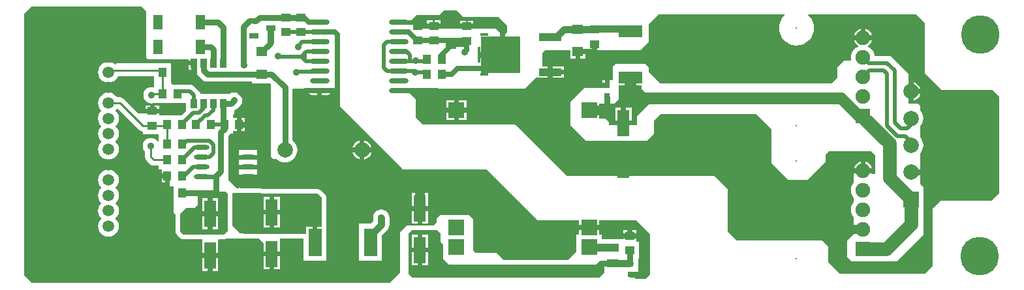
<source format=gtl>
%FSLAX25Y25*%
%MOIN*%
G70*
G01*
G75*
G04 Layer_Physical_Order=1*
G04 Layer_Color=255*
%ADD10R,0.07087X0.14173*%
%ADD11R,0.03937X0.04724*%
%ADD12R,0.06299X0.13780*%
%ADD13O,0.07874X0.02400*%
%ADD14O,0.07874X0.02402*%
%ADD15R,0.03465X0.05000*%
%ADD16R,0.05512X0.04724*%
%ADD17R,0.04724X0.03937*%
%ADD18R,0.05118X0.07480*%
%ADD19R,0.04724X0.03150*%
%ADD20R,0.08268X0.07874*%
%ADD21R,0.03150X0.03150*%
%ADD22R,0.06299X0.03937*%
%ADD23R,0.20079X0.18898*%
%ADD24R,0.11811X0.03937*%
%ADD25R,0.01575X0.07874*%
%ADD26R,0.03937X0.01575*%
%ADD27O,0.10000X0.02400*%
%ADD28O,0.10000X0.02402*%
%ADD29R,0.12205X0.06102*%
%ADD30C,0.02000*%
%ADD31C,0.02500*%
%ADD32C,0.03000*%
%ADD33C,0.02362*%
%ADD34C,0.05000*%
%ADD35C,0.03500*%
%ADD36C,0.02200*%
%ADD37C,0.01000*%
%ADD38C,0.04000*%
%ADD39C,0.07000*%
%ADD40C,0.02400*%
%ADD41C,0.06000*%
%ADD42C,0.04500*%
%ADD43C,0.05906*%
%ADD44R,0.05906X0.05906*%
%ADD45C,0.19685*%
%ADD46C,0.07874*%
%ADD47R,0.07874X0.07874*%
%ADD48C,0.00787*%
%ADD49C,0.07480*%
%ADD50R,0.07480X0.07480*%
%ADD51C,0.03543*%
G36*
X213386Y26772D02*
Y22047D01*
X214567Y20866D01*
Y13780D01*
X214961Y13386D01*
Y13268D01*
X215079D01*
X217717Y10630D01*
X296850D01*
Y6299D01*
X294488Y3937D01*
X198819D01*
X196850Y5906D01*
Y26378D01*
X198819Y28346D01*
X211811D01*
X213386Y26772D01*
D02*
G37*
G36*
X460630Y134252D02*
Y108661D01*
X469291Y100000D01*
X495276D01*
X498819Y96457D01*
Y47244D01*
X494882Y43307D01*
X468504D01*
X464567Y39370D01*
Y9843D01*
X460630Y5906D01*
X417323D01*
X411417Y11811D01*
Y19685D01*
X408268Y22835D01*
X364567D01*
X359842Y27559D01*
Y49213D01*
X353150Y55905D01*
X277953D01*
X251479Y82356D01*
X204331Y82284D01*
X200787Y85827D01*
Y95276D01*
X197709Y98354D01*
X197998Y98787D01*
X198169Y99646D01*
X198054Y100224D01*
X198371Y100611D01*
X256229D01*
X261936Y106332D01*
X262386Y106146D01*
Y106146D01*
X262386Y106146D01*
X268041D01*
Y109114D01*
Y112083D01*
X265693D01*
X265340Y112437D01*
X265354Y118898D01*
X266929Y120472D01*
X279709D01*
Y116126D01*
X282215D01*
Y119488D01*
X284715D01*
Y116126D01*
X287221D01*
Y120457D01*
X290876D01*
Y123425D01*
X293376D01*
Y120457D01*
X296850D01*
Y120472D01*
X315354D01*
X319685Y124803D01*
Y133465D01*
X324803Y138583D01*
X388904D01*
X389072Y138112D01*
X388824Y137908D01*
X387717Y136559D01*
X386894Y135020D01*
X386388Y133351D01*
X386217Y131614D01*
X386388Y129878D01*
X386894Y128208D01*
X387717Y126669D01*
X388824Y125320D01*
X390173Y124213D01*
X391712Y123391D01*
X393382Y122884D01*
X395118Y122713D01*
X396855Y122884D01*
X398524Y123391D01*
X400063Y124213D01*
X401412Y125320D01*
X402519Y126669D01*
X403342Y128208D01*
X403848Y129878D01*
X404019Y131614D01*
X403848Y133351D01*
X403342Y135020D01*
X402519Y136559D01*
X401412Y137908D01*
X401164Y138112D01*
X401332Y138583D01*
X456299D01*
X460630Y134252D01*
D02*
G37*
G36*
X224803Y137402D02*
X242913D01*
X247244Y133071D01*
Y129528D01*
X246276Y128559D01*
X244488D01*
Y131496D01*
X242520Y133465D01*
X230134D01*
Y135449D01*
X227272D01*
Y132480D01*
X226272D01*
Y135449D01*
X223410D01*
Y133465D01*
X213205D01*
Y135646D01*
X210343D01*
Y132677D01*
X209343D01*
Y135646D01*
X206480D01*
Y133465D01*
X198819D01*
X198138Y134146D01*
X192126D01*
Y135146D01*
X198138D01*
X201181Y138189D01*
X212598D01*
X214961Y140551D01*
X221654D01*
X224803Y137402D01*
D02*
G37*
G36*
X62992Y140157D02*
Y116535D01*
X63779Y115748D01*
X84630D01*
Y115030D01*
X87362D01*
Y112530D01*
X84630D01*
Y110280D01*
X88268D01*
Y108917D01*
X88630D01*
X88989Y108052D01*
X89608Y107246D01*
X91537Y105316D01*
X91537Y105316D01*
X92344Y104697D01*
X93283Y104308D01*
X94291Y104175D01*
X94291Y104175D01*
X116929D01*
Y103347D01*
X126184D01*
X126772Y102759D01*
Y65795D01*
X128015Y64567D01*
X129685D01*
X130342Y64028D01*
X131436Y63443D01*
X132623Y63083D01*
X133858Y62962D01*
X135093Y63083D01*
X136281Y63443D01*
X137375Y64028D01*
X138334Y64816D01*
X139121Y65775D01*
X139706Y66869D01*
X140066Y68056D01*
X140188Y69291D01*
X140066Y70526D01*
X139706Y71714D01*
X139121Y72808D01*
X138334Y73767D01*
X137754Y74243D01*
Y100174D01*
X138375Y100787D01*
X145365D01*
X145682Y100401D01*
X145532Y99646D01*
X145702Y98787D01*
X146189Y98060D01*
X146916Y97573D01*
X147775Y97403D01*
X150325D01*
Y99646D01*
X152825D01*
Y97403D01*
X155375D01*
X156233Y97573D01*
X156961Y98060D01*
X157447Y98787D01*
X157618Y99646D01*
X157468Y100401D01*
X157785Y100787D01*
X159843D01*
Y93701D01*
X194095Y59449D01*
X237008D01*
X262992Y33465D01*
X284118D01*
Y30817D01*
X294386D01*
Y33465D01*
X313386D01*
X320472Y26378D01*
Y5512D01*
X318101Y3150D01*
X312811D01*
Y4262D01*
X310236D01*
Y6762D01*
X312811D01*
Y7087D01*
X314173D01*
Y11312D01*
X314187Y11417D01*
X314173Y11522D01*
Y13583D01*
X314764D01*
Y22244D01*
X313402D01*
Y22425D01*
X313402D01*
Y24144D01*
X306677D01*
Y23622D01*
X301706D01*
X301181Y23691D01*
X295748D01*
Y25866D01*
X294386D01*
Y28317D01*
X284118D01*
Y25866D01*
X282756D01*
Y17402D01*
X278393Y13038D01*
X245514D01*
X241975Y16535D01*
X231496D01*
X229921Y18110D01*
Y33858D01*
X227953Y35827D01*
X227953D01*
Y35866D01*
X214961D01*
Y35827D01*
X212992D01*
X211417Y34252D01*
Y32283D01*
X209889Y30755D01*
X196109D01*
X192520Y27165D01*
Y6254D01*
X187402Y1181D01*
X4724D01*
X787Y5118D01*
Y138926D01*
X4331Y142520D01*
X60630D01*
X62992Y140157D01*
D02*
G37*
%LPC*%
G36*
X206906Y38120D02*
X204006D01*
Y31480D01*
X206906D01*
Y38120D01*
D02*
G37*
G36*
X201506Y47260D02*
X198606D01*
Y40620D01*
X201506D01*
Y47260D01*
D02*
G37*
G36*
Y38120D02*
X198606D01*
Y31480D01*
X201506D01*
Y38120D01*
D02*
G37*
G36*
X308789Y28362D02*
X306677D01*
Y26644D01*
X308789D01*
Y28362D01*
D02*
G37*
G36*
X313402D02*
X311289D01*
Y26644D01*
X313402D01*
Y28362D01*
D02*
G37*
G36*
X427884Y63314D02*
X426743Y62841D01*
X425753Y62081D01*
X424993Y61091D01*
X424521Y59951D01*
X427884D01*
Y63314D01*
D02*
G37*
G36*
X430384D02*
Y59951D01*
X433747D01*
X433274Y61091D01*
X432515Y62081D01*
X431524Y62841D01*
X430384Y63314D01*
D02*
G37*
G36*
X119509Y59262D02*
X110413D01*
X110413Y59262D01*
Y56762D01*
X119508D01*
X119509Y56762D01*
Y59262D01*
D02*
G37*
G36*
X206906Y47260D02*
X204006D01*
Y40620D01*
X206906D01*
Y47260D01*
D02*
G37*
G36*
X72569Y54655D02*
X70850D01*
Y52543D01*
X72569D01*
Y54655D01*
D02*
G37*
G36*
X131315Y14892D02*
X128415D01*
Y8252D01*
X131315D01*
Y14892D01*
D02*
G37*
G36*
X201506Y16860D02*
X198606D01*
Y10221D01*
X201506D01*
Y16860D01*
D02*
G37*
G36*
X125915Y14892D02*
X123016D01*
Y8252D01*
X125915D01*
Y14892D01*
D02*
G37*
G36*
X94419Y14104D02*
X91520D01*
Y7465D01*
X94419D01*
Y14104D01*
D02*
G37*
G36*
X99819D02*
X96919D01*
Y7465D01*
X99819D01*
Y14104D01*
D02*
G37*
G36*
X206906Y26000D02*
X204006D01*
Y19360D01*
X206906D01*
Y26000D01*
D02*
G37*
G36*
X43701Y59298D02*
X42313Y59115D01*
X41020Y58580D01*
X39910Y57728D01*
X39058Y56617D01*
X38523Y55325D01*
X38340Y53937D01*
X38523Y52549D01*
X39058Y51257D01*
X39910Y50146D01*
Y49854D01*
X39058Y48743D01*
X38523Y47451D01*
X38340Y46063D01*
X38523Y44675D01*
X39058Y43383D01*
X39910Y42272D01*
Y41980D01*
X39058Y40869D01*
X38523Y39577D01*
X38340Y38189D01*
X38523Y36801D01*
X39058Y35509D01*
X39910Y34398D01*
Y34106D01*
X39058Y32995D01*
X38523Y31702D01*
X38340Y30315D01*
X38523Y28927D01*
X39058Y27635D01*
X39910Y26524D01*
X41020Y25672D01*
X42313Y25137D01*
X43701Y24954D01*
X45088Y25137D01*
X46381Y25672D01*
X47491Y26524D01*
X48343Y27635D01*
X48879Y28927D01*
X49062Y30315D01*
X48879Y31702D01*
X48343Y32995D01*
X47491Y34106D01*
Y34398D01*
X48343Y35509D01*
X48879Y36801D01*
X49062Y38189D01*
X48879Y39577D01*
X48343Y40869D01*
X47491Y41980D01*
Y42272D01*
X48343Y43383D01*
X48879Y44675D01*
X49062Y46063D01*
X48879Y47451D01*
X48343Y48743D01*
X47491Y49854D01*
Y50146D01*
X48343Y51257D01*
X48879Y52549D01*
X49062Y53937D01*
X48879Y55325D01*
X48343Y56617D01*
X47491Y57728D01*
X46381Y58580D01*
X45088Y59115D01*
X43701Y59298D01*
D02*
G37*
G36*
X201506Y26000D02*
X198606D01*
Y19360D01*
X201506D01*
Y26000D01*
D02*
G37*
G36*
X206906Y16860D02*
X204006D01*
Y10221D01*
X206906D01*
Y16860D01*
D02*
G37*
G36*
X183071Y38815D02*
X181992Y38673D01*
X180986Y38257D01*
X180123Y37594D01*
X179460Y36730D01*
X179043Y35725D01*
X178901Y34646D01*
X178923Y34480D01*
Y32820D01*
X177599Y31496D01*
X171654D01*
Y12598D01*
X183465D01*
Y25630D01*
X185610Y27776D01*
X185781Y27999D01*
X186004Y28170D01*
X186663Y29028D01*
X187077Y30029D01*
X187219Y31102D01*
Y34480D01*
X187240Y34646D01*
X187098Y35725D01*
X186682Y36730D01*
X186019Y37594D01*
X185156Y38257D01*
X184150Y38673D01*
X183071Y38815D01*
D02*
G37*
G36*
X119508Y64262D02*
X110413D01*
Y61762D01*
X110413Y61762D01*
X119509D01*
Y64262D01*
X119508Y64262D01*
D02*
G37*
G36*
X43701Y114416D02*
X42313Y114233D01*
X41020Y113698D01*
X39910Y112846D01*
X39058Y111735D01*
X38523Y110443D01*
X38340Y109055D01*
X38523Y107668D01*
X39058Y106375D01*
X39910Y105264D01*
X41020Y104412D01*
X42313Y103877D01*
X43701Y103694D01*
X45088Y103877D01*
X46381Y104412D01*
X47491Y105264D01*
X48343Y106375D01*
X48584Y106956D01*
X67126D01*
Y104331D01*
Y102756D01*
Y101611D01*
X66750Y101282D01*
X65748Y101414D01*
X64669Y101271D01*
X63663Y100855D01*
X62800Y100192D01*
X62137Y99329D01*
X61721Y98323D01*
X61579Y97244D01*
X61721Y96165D01*
X62137Y95159D01*
X62800Y94296D01*
X63663Y93633D01*
X64669Y93217D01*
X65748Y93075D01*
X66827Y93217D01*
X67095Y93328D01*
X67126Y93307D01*
Y93307D01*
X83268D01*
D01*
X83268D01*
X83268Y93307D01*
Y89376D01*
X80899Y87008D01*
X69504D01*
Y87923D01*
X59073D01*
X51648Y95349D01*
X51050Y95807D01*
X50557Y96011D01*
X50353Y96096D01*
X49606Y96194D01*
X48185D01*
X47491Y97098D01*
X46381Y97950D01*
X45088Y98485D01*
X43701Y98668D01*
X42313Y98485D01*
X41020Y97950D01*
X39910Y97098D01*
X39058Y95987D01*
X38523Y94695D01*
X38340Y93307D01*
X38523Y91920D01*
X39058Y90627D01*
X39910Y89517D01*
Y89224D01*
X39058Y88113D01*
X38523Y86821D01*
X38340Y85433D01*
X38523Y84046D01*
X39058Y82753D01*
X39910Y81642D01*
Y81350D01*
X39058Y80239D01*
X38523Y78947D01*
X38340Y77559D01*
X38523Y76172D01*
X39058Y74879D01*
X39910Y73768D01*
Y73476D01*
X39058Y72365D01*
X38523Y71073D01*
X38340Y69685D01*
X38523Y68298D01*
X39058Y67005D01*
X39910Y65894D01*
X41020Y65042D01*
X42313Y64507D01*
X43701Y64324D01*
X45088Y64507D01*
X46381Y65042D01*
X47491Y65894D01*
X48343Y67005D01*
X48879Y68298D01*
X49062Y69685D01*
X48879Y71073D01*
X48343Y72365D01*
X47491Y73476D01*
Y73768D01*
X48343Y74879D01*
X48879Y76172D01*
X49062Y77559D01*
X48879Y78947D01*
X48343Y80239D01*
X47491Y81350D01*
Y81642D01*
X48343Y82753D01*
X48879Y84046D01*
X49062Y85433D01*
X48879Y86821D01*
X48343Y88113D01*
X47491Y89224D01*
Y89517D01*
X48052Y90247D01*
X48551Y90280D01*
X59179Y79652D01*
X59179Y79652D01*
X59777Y79193D01*
X60473Y78904D01*
X61221Y78806D01*
D01*
X61221Y78806D01*
D01*
X61417Y78609D01*
Y77362D01*
X69488D01*
Y77165D01*
X69488D01*
Y73364D01*
X68998Y73266D01*
X68965Y73345D01*
X68303Y74208D01*
X67439Y74871D01*
X66434Y75287D01*
X65354Y75429D01*
X64275Y75287D01*
X63270Y74871D01*
X62406Y74208D01*
X61743Y73345D01*
X61327Y72339D01*
X61185Y71260D01*
X61327Y70181D01*
X61743Y69175D01*
X62406Y68312D01*
X62467Y68264D01*
Y65748D01*
X62566Y65001D01*
X62650Y64797D01*
X62854Y64305D01*
X63313Y63707D01*
X64888Y62132D01*
X64888Y62132D01*
X65486Y61673D01*
X65978Y61469D01*
X66182Y61385D01*
X66929Y61286D01*
X69488D01*
Y59449D01*
X70850D01*
Y59268D01*
X70850D01*
Y57156D01*
X73819D01*
Y55905D01*
X75069D01*
Y52543D01*
Y50606D01*
X76968D01*
X76968Y50606D01*
X76968Y50606D01*
X76968Y50606D01*
Y42520D01*
Y37158D01*
X77907Y36220D01*
Y27885D01*
X77910Y27869D01*
X77907Y27852D01*
X77907Y27845D01*
X77956Y27614D01*
X77959Y27377D01*
X78001Y27181D01*
X78086Y26985D01*
X78090Y26963D01*
X78094Y26957D01*
X78132Y26760D01*
X78140Y26748D01*
X78144Y26733D01*
X78148Y26722D01*
X78283Y26526D01*
X78372Y26318D01*
X78520Y26174D01*
X78651Y25976D01*
X80170Y24443D01*
X80359Y24316D01*
X80366Y24305D01*
X80372Y24300D01*
X80406Y24278D01*
X80571Y24118D01*
X80735Y24011D01*
X80920Y23938D01*
X80949Y23918D01*
X80958Y23916D01*
X81129Y23801D01*
X81146Y23798D01*
X81160Y23789D01*
X81391Y23746D01*
X81589Y23664D01*
X81801Y23622D01*
X81954D01*
X82100Y23582D01*
X82186Y23593D01*
X82271Y23576D01*
X91520D01*
Y23576D01*
Y23244D01*
X91520Y23222D01*
X91520Y23222D01*
X91520D01*
Y16604D01*
X99819D01*
Y23222D01*
X99819Y23222D01*
D01*
D01*
X99819Y23244D01*
D01*
X100151Y23576D01*
X102539D01*
X102756Y23619D01*
X102768Y23617D01*
X102782Y23617D01*
X102827Y23627D01*
X103051Y23631D01*
X103238Y23672D01*
X103420Y23751D01*
X103460Y23759D01*
X103463Y23761D01*
X103660Y23800D01*
X103679Y23812D01*
X103700Y23817D01*
X103866Y23932D01*
X103869Y23933D01*
X103902Y23956D01*
X104086Y24032D01*
X104245Y24138D01*
X104250Y24144D01*
X112171D01*
X112303Y24117D01*
X112522Y24074D01*
X112576D01*
X112576Y24074D01*
X112610Y24067D01*
X112610D01*
X112612Y24067D01*
X112612Y24067D01*
X112612Y24067D01*
X112612D01*
X112644Y24059D01*
X112644D01*
X112645Y24059D01*
X112779Y24029D01*
X112984Y24024D01*
X113046Y24009D01*
X113069Y24009D01*
X113069Y24009D01*
X113069Y24009D01*
X113079Y24009D01*
X113095Y24012D01*
X113110Y24009D01*
X113112Y24009D01*
X113311Y23969D01*
X120646D01*
X123016Y21586D01*
Y17392D01*
X131315D01*
Y23969D01*
X143307D01*
Y12598D01*
X155118D01*
Y29901D01*
X155164Y30134D01*
Y30371D01*
X155164Y30371D01*
Y44329D01*
Y44566D01*
X155118Y44799D01*
X155118Y45036D01*
X155087Y45110D01*
X155085Y45161D01*
X155085Y45162D01*
X155018Y45304D01*
X154981Y45488D01*
X154973Y45499D01*
D01*
X154897Y45683D01*
X154897Y45683D01*
X154897Y45683D01*
X154822Y45867D01*
X154822Y45867D01*
X154820Y45880D01*
X154689Y46078D01*
X154600Y46298D01*
X154595Y46302D01*
X154593Y46308D01*
X154593Y46308D01*
X154430Y46472D01*
X154302Y46665D01*
X153065Y47917D01*
X153065D01*
Y47917D01*
X152781Y48204D01*
X152781Y48204D01*
X152781Y48204D01*
X152774Y48211D01*
X152769Y48215D01*
X152768Y48215D01*
X152767Y48216D01*
X152767Y48217D01*
X152608Y48377D01*
X152417Y48506D01*
X152411Y48513D01*
X152405Y48516D01*
X152402Y48518D01*
X152235Y48685D01*
X152021Y48774D01*
X151830Y48904D01*
X151814Y48907D01*
X151809Y48910D01*
X151625Y48987D01*
X151442Y49064D01*
X151434Y49065D01*
X151420Y49074D01*
X151196Y49119D01*
X150985Y49208D01*
X150957Y49208D01*
X150931Y49218D01*
X150930Y49219D01*
X150719Y49215D01*
X150716Y49216D01*
X150716Y49216D01*
X150706Y49216D01*
X150499Y49257D01*
X150273Y49257D01*
X150266Y49259D01*
X150266D01*
X150265Y49259D01*
X126145D01*
X126097Y49249D01*
X126049Y49259D01*
X126032D01*
X125920Y49248D01*
X125870Y49244D01*
D01*
X125855Y49259D01*
X122835D01*
X122835Y49259D01*
X122834Y49259D01*
X122747Y49259D01*
X122687Y49275D01*
X122568Y49334D01*
X122529Y49344D01*
X122497Y49369D01*
X122488Y49373D01*
X122420Y49391D01*
X122304Y49469D01*
X122148Y49500D01*
X122006Y49570D01*
X121692Y49591D01*
X121633Y49603D01*
X121580Y49617D01*
X121569Y49615D01*
X121382Y49653D01*
X111816D01*
X111816Y49653D01*
X111816Y49653D01*
X111709Y49697D01*
X110630Y49839D01*
X109551Y49697D01*
X109444Y49653D01*
X109444Y49653D01*
X109444Y49653D01*
X109444Y49653D01*
X105033Y54063D01*
Y58224D01*
X105033Y58224D01*
Y76690D01*
X105707Y77364D01*
X105707Y77364D01*
X105857Y77559D01*
X107283D01*
Y78921D01*
X107283D01*
X107465D01*
X107637Y78921D01*
X107637Y78921D01*
Y78921D01*
X109183D01*
Y82284D01*
Y85646D01*
X107637D01*
X107637Y85646D01*
Y85646D01*
X107465Y85646D01*
X107283Y85827D01*
Y87008D01*
X108090Y87814D01*
Y89544D01*
Y89544D01*
X108365Y89658D01*
X109172Y90277D01*
X109640Y90745D01*
X109959Y90877D01*
X110822Y91540D01*
X111485Y92403D01*
X111901Y93409D01*
X112043Y94488D01*
X111901Y95567D01*
X111485Y96573D01*
X110822Y97436D01*
X109959Y98099D01*
X108953Y98516D01*
X107874Y98658D01*
X106795Y98516D01*
X105789Y98099D01*
X105522Y97894D01*
X90673D01*
X90638Y98161D01*
X90299Y98979D01*
X89760Y99681D01*
X87831Y101611D01*
X87129Y102149D01*
X86550Y102389D01*
X86311Y102488D01*
X85433Y102604D01*
X83268D01*
Y102756D01*
X76772D01*
X76772Y102756D01*
X76772Y102756D01*
X76772Y102756D01*
X75787Y103740D01*
Y104331D01*
Y113779D01*
X47653D01*
X47654Y113779D01*
Y113287D01*
X47205Y113066D01*
X46381Y113698D01*
X45088Y114233D01*
X43701Y114416D01*
D02*
G37*
G36*
X226590Y94504D02*
X222707D01*
Y90817D01*
X226590D01*
Y94504D01*
D02*
G37*
G36*
X433747Y125364D02*
X424521D01*
X424993Y124224D01*
X425753Y123233D01*
X426545Y122626D01*
X426504Y122128D01*
X425727Y121713D01*
X424798Y120950D01*
X424035Y120021D01*
X423469Y118961D01*
X423120Y117810D01*
X423002Y116614D01*
X423120Y115418D01*
X423137Y115362D01*
X422839Y114961D01*
X419291D01*
X416142Y111811D01*
Y106299D01*
X412992Y103150D01*
X325590D01*
X319685Y109055D01*
Y111811D01*
X318110Y113386D01*
X302756D01*
X301181Y111811D01*
Y104937D01*
X301000D01*
Y104937D01*
X299675D01*
Y102362D01*
X297175D01*
Y104937D01*
X295850D01*
Y101969D01*
X287795D01*
X279528Y93701D01*
Y81890D01*
X287402Y74016D01*
X301181D01*
Y73819D01*
X312205D01*
Y74016D01*
X318898D01*
X322441Y77559D01*
Y84252D01*
X325984Y87795D01*
X374410D01*
X382283Y79921D01*
Y62598D01*
X390945Y53937D01*
X400787D01*
X409842Y62992D01*
Y66535D01*
X411811Y68504D01*
X433465D01*
X435433Y66535D01*
Y57087D01*
X434082D01*
X433763Y57451D01*
X424521D01*
X424571Y57329D01*
X424409Y57087D01*
X424409D01*
Y52563D01*
X424035Y52108D01*
X423469Y51047D01*
X423120Y49897D01*
X423002Y48701D01*
X423120Y47504D01*
X423469Y46354D01*
X424035Y45294D01*
X424409Y44838D01*
Y42563D01*
X424035Y42107D01*
X423469Y41047D01*
X423120Y39897D01*
X423002Y38701D01*
X423120Y37505D01*
X423469Y36354D01*
X424035Y35294D01*
X424409Y34838D01*
Y29951D01*
X429134D01*
Y27451D01*
X424409D01*
Y26378D01*
X420866Y22835D01*
Y14567D01*
X423228Y12205D01*
X446457D01*
X459842Y25591D01*
Y37795D01*
Y50394D01*
X458268Y51968D01*
Y56379D01*
X458353Y56585D01*
X458358Y56624D01*
X453543D01*
Y59124D01*
X458358D01*
X458353Y59163D01*
X458268Y59369D01*
Y67481D01*
X458806Y68137D01*
X459391Y69231D01*
X459751Y70419D01*
X459873Y71653D01*
X459751Y72888D01*
X459391Y74076D01*
X458806Y75170D01*
X458268Y75826D01*
Y81260D01*
X458806Y81916D01*
X459391Y83011D01*
X459751Y84198D01*
X459873Y85433D01*
X459751Y86668D01*
X459391Y87855D01*
X458806Y88950D01*
X458268Y89606D01*
Y92126D01*
X457480Y92913D01*
X452362D01*
Y94009D01*
X452738Y94339D01*
X453543Y94233D01*
X454832Y94403D01*
X456033Y94900D01*
X457064Y95692D01*
X457856Y96723D01*
X458353Y97924D01*
X458358Y97963D01*
X453543D01*
Y100463D01*
X458358D01*
X458353Y100501D01*
X457856Y101702D01*
X457064Y102734D01*
X456033Y103525D01*
X454832Y104023D01*
X453543Y104192D01*
X452738Y104086D01*
X452362Y104416D01*
Y108268D01*
X443307Y117323D01*
X435196D01*
X435148Y117810D01*
X434799Y118961D01*
X434232Y120021D01*
X433470Y120950D01*
X432541Y121713D01*
X431764Y122128D01*
X431723Y122626D01*
X432515Y123233D01*
X433274Y124224D01*
X433747Y125364D01*
D02*
G37*
G36*
X276197Y107864D02*
X270541D01*
Y106146D01*
X276197D01*
Y107864D01*
D02*
G37*
G36*
X113402Y85646D02*
X111683D01*
Y83534D01*
X113402D01*
Y85646D01*
D02*
G37*
G36*
X220207Y88317D02*
X216323D01*
Y84630D01*
X220207D01*
Y88317D01*
D02*
G37*
G36*
X226590D02*
X222707D01*
Y84630D01*
X226590D01*
Y88317D01*
D02*
G37*
G36*
X64892Y92142D02*
X62779D01*
Y90423D01*
X64892D01*
Y92142D01*
D02*
G37*
G36*
X220207Y94504D02*
X216323D01*
Y90817D01*
X220207D01*
Y94504D01*
D02*
G37*
G36*
X69504Y92142D02*
X67392D01*
Y90423D01*
X69504D01*
Y92142D01*
D02*
G37*
G36*
X171978Y74106D02*
X171940Y74101D01*
X170738Y73604D01*
X169707Y72812D01*
X168916Y71781D01*
X168418Y70580D01*
X168413Y70541D01*
X171978D01*
Y74106D01*
D02*
G37*
G36*
X174478D02*
Y70541D01*
X178043D01*
X178038Y70580D01*
X177541Y71781D01*
X176750Y72812D01*
X175718Y73604D01*
X174517Y74101D01*
X174478Y74106D01*
D02*
G37*
G36*
X119508Y69262D02*
X110413D01*
Y66762D01*
X119508D01*
Y69262D01*
D02*
G37*
G36*
X171978Y68041D02*
X168413D01*
X168418Y68002D01*
X168916Y66802D01*
X169707Y65770D01*
X170738Y64979D01*
X171940Y64481D01*
X171978Y64476D01*
Y68041D01*
D02*
G37*
G36*
X178043D02*
X174478D01*
Y64476D01*
X174517Y64481D01*
X175718Y64979D01*
X176750Y65770D01*
X177541Y66802D01*
X178038Y68002D01*
X178043Y68041D01*
D02*
G37*
G36*
X427884Y131227D02*
X426743Y130755D01*
X425753Y129995D01*
X424993Y129005D01*
X424521Y127864D01*
X427884D01*
Y131227D01*
D02*
G37*
G36*
X276197Y112083D02*
X270541D01*
Y110364D01*
X276197D01*
Y112083D01*
D02*
G37*
G36*
X430384Y131227D02*
Y127864D01*
X433747D01*
X433274Y129005D01*
X432515Y129995D01*
X431524Y130755D01*
X430384Y131227D01*
D02*
G37*
G36*
X113402Y81033D02*
X111683D01*
Y78921D01*
X113402D01*
Y81033D01*
D02*
G37*
%LPD*%
G36*
X311486Y102248D02*
X316142D01*
Y100707D01*
X319291Y97467D01*
X319685Y97062D01*
Y92520D01*
X313779Y86614D01*
Y81821D01*
X299213D01*
Y83693D01*
X298031Y84908D01*
X297638Y85313D01*
X294386D01*
Y88317D01*
X289252D01*
Y90817D01*
X294386D01*
Y93010D01*
X301969D01*
X304331Y95441D01*
Y102248D01*
X308986D01*
Y106299D01*
X311486D01*
Y102248D01*
D02*
G37*
G36*
X121422Y47214D02*
X121431Y47209D01*
X121470Y47199D01*
X121503Y47174D01*
X121622Y47115D01*
X121694Y47096D01*
X121787Y47034D01*
X121942Y47003D01*
X122085Y46933D01*
X122373Y46913D01*
X122530Y46872D01*
X122573Y46877D01*
X122708Y46850D01*
X122835Y46850D01*
X122835Y46850D01*
X125794D01*
X125870Y46835D01*
X125981Y46857D01*
X126014Y46854D01*
X126032Y46850D01*
X126049D01*
X126094Y46846D01*
X126145Y46850D01*
X150265D01*
X150265D01*
X150266Y46850D01*
X150266D01*
X150266Y46850D01*
X150274Y46849D01*
X150499Y46849D01*
X150500Y46849D01*
X150507Y46844D01*
X150690Y46767D01*
X150697Y46766D01*
X150703Y46762D01*
X150827Y46710D01*
X152590Y44967D01*
X152592Y44958D01*
X152667Y44774D01*
X152671Y44769D01*
X152672Y44761D01*
X152748Y44577D01*
X152748Y44577D01*
X152748Y44577D01*
Y44577D01*
X152756Y44561D01*
Y44329D01*
X152756Y44329D01*
Y30371D01*
X152756Y30371D01*
Y30134D01*
X150463D01*
Y22047D01*
X147963D01*
Y30134D01*
X144669D01*
Y26378D01*
X113311D01*
X113311D01*
X113176Y26408D01*
X113142Y26416D01*
X113142D01*
X113142Y26416D01*
X113132Y26417D01*
X113132D01*
X113132D01*
X113110Y26417D01*
X113080Y26429D01*
X113046Y26436D01*
X112991D01*
X112773Y26480D01*
X112408Y26552D01*
X112408D01*
X112408Y26552D01*
X112408Y26552D01*
X111128D01*
X107133Y30272D01*
Y46807D01*
X107123Y46858D01*
X107440Y47244D01*
X109444D01*
X109444Y47244D01*
X109444Y47244D01*
X111816D01*
X111816Y47244D01*
X111816Y47244D01*
X121382D01*
X121422Y47214D01*
D02*
G37*
G36*
X104724Y46807D02*
Y30272D01*
Y28026D01*
X102907Y26141D01*
X102748Y26035D01*
X102740Y26026D01*
X102737Y26025D01*
X102727Y26025D01*
X102725Y26025D01*
X102539Y25984D01*
X102533Y25984D01*
X82271D01*
X82271Y25984D01*
X82059Y26026D01*
X82051D01*
D01*
X82046Y26032D01*
X82046Y26032D01*
X82046Y26032D01*
X81881Y26139D01*
X80366Y27667D01*
X80362Y27671D01*
X80362Y27672D01*
X80357Y27683D01*
X80315Y27879D01*
X80315Y27885D01*
Y36220D01*
Y36600D01*
X83465Y39764D01*
X87795D01*
X89370Y41339D01*
Y46063D01*
X91339Y48031D01*
X103543D01*
X104724Y46807D01*
D02*
G37*
%LPC*%
G36*
X94419Y44504D02*
X91520D01*
Y37864D01*
X94419D01*
Y44504D01*
D02*
G37*
G36*
X131315Y36152D02*
X128415D01*
Y29512D01*
X131315D01*
Y36152D01*
D02*
G37*
G36*
X99819Y44504D02*
X96919D01*
Y37864D01*
X99819D01*
Y44504D01*
D02*
G37*
G36*
X131315Y45291D02*
X128415D01*
Y38652D01*
X131315D01*
Y45291D01*
D02*
G37*
G36*
X125915D02*
X123016D01*
Y38652D01*
X125915D01*
Y45291D01*
D02*
G37*
G36*
X305443Y90961D02*
X302543D01*
Y84321D01*
X305443D01*
Y90961D01*
D02*
G37*
G36*
X310842D02*
X307943D01*
Y84321D01*
X310842D01*
Y90961D01*
D02*
G37*
G36*
X94419Y35364D02*
X91520D01*
Y28724D01*
X94419D01*
Y35364D01*
D02*
G37*
G36*
X125915Y36152D02*
X123016D01*
Y29512D01*
X125915D01*
Y36152D01*
D02*
G37*
G36*
X99819Y35364D02*
X96919D01*
Y28724D01*
X99819D01*
Y35364D01*
D02*
G37*
%LPD*%
D10*
X177559Y22047D02*
D03*
X149213D02*
D03*
D11*
X81299Y82284D02*
D03*
X73819D02*
D03*
X88386Y82284D02*
D03*
X95866D02*
D03*
X102953D02*
D03*
X110433D02*
D03*
X73819Y64173D02*
D03*
X81299D02*
D03*
X78937Y98032D02*
D03*
X71457D02*
D03*
Y109055D02*
D03*
X78937D02*
D03*
X81299Y47244D02*
D03*
X73819D02*
D03*
X81299Y55905D02*
D03*
X73819D02*
D03*
Y72441D02*
D03*
X81299D02*
D03*
X206496Y115748D02*
D03*
X213976D02*
D03*
Y107874D02*
D03*
X206496D02*
D03*
D12*
X127165Y37402D02*
D03*
Y16142D02*
D03*
X306693Y83071D02*
D03*
Y61811D02*
D03*
X202756Y18110D02*
D03*
Y39370D02*
D03*
X95669Y36614D02*
D03*
Y15354D02*
D03*
D13*
X114961Y55512D02*
D03*
Y65512D02*
D03*
Y70512D02*
D03*
X91339D02*
D03*
Y65512D02*
D03*
Y60512D02*
D03*
D14*
X114961D02*
D03*
X91339Y55512D02*
D03*
D15*
X87362Y93032D02*
D03*
X92362D02*
D03*
X97362D02*
D03*
X102362D02*
D03*
X87362Y113779D02*
D03*
X92362D02*
D03*
X97362D02*
D03*
X102362D02*
D03*
D16*
X122047Y108071D02*
D03*
Y119488D02*
D03*
X218504Y123425D02*
D03*
Y134843D02*
D03*
X283465Y119488D02*
D03*
Y130905D02*
D03*
D17*
X134252Y137008D02*
D03*
Y129528D02*
D03*
X66142Y81693D02*
D03*
Y89173D02*
D03*
X142126Y137008D02*
D03*
Y129528D02*
D03*
X226772Y132480D02*
D03*
Y125000D02*
D03*
X292126Y130905D02*
D03*
Y123425D02*
D03*
X209842Y125197D02*
D03*
Y132677D02*
D03*
X201772D02*
D03*
Y125197D02*
D03*
X310039Y17913D02*
D03*
Y25394D02*
D03*
D18*
X90551Y122047D02*
D03*
X68898D02*
D03*
X90551Y134646D02*
D03*
X68898D02*
D03*
D19*
X118111Y127756D02*
D03*
Y135236D02*
D03*
X126772Y131496D02*
D03*
D20*
X289252Y19567D02*
D03*
X221457D02*
D03*
Y29567D02*
D03*
Y89567D02*
D03*
X289252D02*
D03*
Y29567D02*
D03*
D21*
X310236Y11024D02*
D03*
Y5512D02*
D03*
X298425Y102362D02*
D03*
Y96850D02*
D03*
D22*
X301181Y19291D02*
D03*
Y11417D02*
D03*
D23*
X243898Y118110D02*
D03*
D24*
X269291Y109114D02*
D03*
Y127106D02*
D03*
D25*
X233071Y118110D02*
D03*
D26*
X235827Y107874D02*
D03*
Y128347D02*
D03*
D27*
X192126Y104646D02*
D03*
X151575D02*
D03*
Y129646D02*
D03*
Y124646D02*
D03*
Y119646D02*
D03*
Y114646D02*
D03*
Y109646D02*
D03*
Y99646D02*
D03*
X192126D02*
D03*
Y109646D02*
D03*
Y114646D02*
D03*
Y119646D02*
D03*
Y124646D02*
D03*
X151575Y134646D02*
D03*
D28*
X192126Y129646D02*
D03*
Y134646D02*
D03*
D29*
X310236Y106299D02*
D03*
Y129921D02*
D03*
D30*
X97457Y67535D02*
Y71912D01*
X95433Y65512D02*
X97457Y67535D01*
X91339Y65512D02*
X95433D01*
X197638Y114961D02*
Y118110D01*
X196102Y119646D02*
X197638Y118110D01*
X192126Y119646D02*
X196102D01*
X197323Y114646D02*
X197638Y114961D01*
X200787Y114567D02*
Y114960D01*
X197323Y114646D02*
X200315D01*
X192126D02*
X197323D01*
X184252Y111417D02*
X186024Y109646D01*
X192126D01*
X95476Y73893D02*
X97457Y71912D01*
X83735Y73893D02*
X95476D01*
X86890Y60512D02*
X91339D01*
X82284Y55905D02*
X86890Y60512D01*
X81299Y55905D02*
X82284D01*
X85433Y99213D02*
X87362Y97284D01*
X80118Y99213D02*
X85433D01*
X78937Y98032D02*
X80118Y99213D01*
X127165Y6693D02*
Y16142D01*
X139764Y109449D02*
X151575D01*
X144095Y115354D02*
X144803Y114646D01*
X151575D01*
X144095Y115354D02*
Y117126D01*
X142323D02*
X144095Y118898D01*
X131693Y117126D02*
X142323D01*
X144095D01*
X142323Y117126D02*
Y117126D01*
Y117126D02*
X144095Y115354D01*
X102362Y82874D02*
X102953Y82284D01*
X95866D02*
X102953D01*
X87638Y70512D02*
X91339D01*
X81299Y64173D02*
X87638Y70512D01*
X82284Y72441D02*
X83735Y73893D01*
X81299Y72441D02*
X82284D01*
X73819Y82284D02*
X73819Y82284D01*
X81299Y82284D02*
Y82612D01*
X92362Y90715D02*
Y93032D01*
X87362D02*
Y97284D01*
X144882Y119685D02*
X152008D01*
X134252Y129528D02*
X134370Y129646D01*
X73032Y56693D02*
X73819Y55905D01*
X112780Y112811D02*
X112992Y112598D01*
X122047Y55512D02*
X122441Y55118D01*
X125984Y123425D02*
Y131496D01*
X134370Y129646D02*
X151575D01*
X200393Y109055D02*
X205315D01*
X206496Y107874D01*
X184252Y111417D02*
Y122835D01*
X186063Y124646D01*
X192126D01*
Y109646D02*
X199803D01*
X192126Y124646D02*
X195609D01*
X441307Y81783D02*
Y108299D01*
X429134Y106614D02*
X432362Y109843D01*
X439764D02*
X441307Y108299D01*
X432362Y109843D02*
X439764D01*
X446712Y76378D02*
X450787D01*
X453150Y74016D01*
X200787Y114567D02*
X206102D01*
X448356Y80347D02*
X451606D01*
X453543Y82284D01*
X445276Y83427D02*
X448356Y80347D01*
X445276Y83427D02*
Y109943D01*
X429134Y116614D02*
X431937Y113811D01*
X441408D02*
X445276Y109943D01*
X431937Y113811D02*
X441408D01*
X453543Y82284D02*
Y85433D01*
X269488Y127106D02*
X272382D01*
X140551Y122441D02*
X142756Y124646D01*
X151575D01*
X144095Y117126D02*
Y118504D01*
Y118898D02*
X144882Y119685D01*
X89998Y88350D02*
X92362Y90715D01*
X97362Y89763D02*
Y93032D01*
X94426Y86827D02*
X97362Y89763D01*
X92973Y86827D02*
X94426D01*
X88386Y82284D02*
X91142Y85039D01*
X91186D01*
X92973Y86827D01*
X81299Y82612D02*
X87037Y88350D01*
X89998D01*
X290256Y131102D02*
X290354Y131201D01*
X441307Y81783D02*
X446712Y76378D01*
D31*
X234252Y117717D02*
X236614D01*
X233858Y118110D02*
X234252Y117717D01*
X235630Y111024D02*
X241437Y116831D01*
X237008Y118110D02*
X242717D01*
X245079Y120472D01*
Y129724D01*
X242126Y132677D02*
X245079Y129724D01*
X209842Y132677D02*
X242126D01*
X197034Y129646D02*
X201627Y125053D01*
X192126Y129646D02*
X197034D01*
X192126Y99646D02*
X211378D01*
X213583Y117520D02*
X218110Y122047D01*
X225197Y123425D02*
X226772Y125000D01*
X218504Y123425D02*
X225197D01*
X201378Y125197D02*
X209842D01*
X201772Y132677D02*
X209842D01*
X213976Y107874D02*
X218898D01*
X222047Y111024D01*
X235630D01*
X453543Y99213D02*
Y104724D01*
X455905Y107087D01*
X453543Y94488D02*
Y99213D01*
X461417D02*
X462205Y98425D01*
X453543Y99213D02*
X461417D01*
X426417Y28701D02*
X429134D01*
X226772Y120472D02*
Y125000D01*
X225590Y119291D02*
X226772Y120472D01*
X429134Y58701D02*
X433849D01*
X209842Y125197D02*
X225197D01*
X143701Y137008D02*
X146063Y134646D01*
X151575D01*
X159331Y129646D02*
X160630Y128347D01*
X151575Y129646D02*
X159331D01*
X160630Y71653D02*
X162992Y69291D01*
X172441D01*
X285827Y102362D02*
X298425D01*
X285827Y102362D02*
X285827Y102362D01*
X292126Y119488D02*
Y123425D01*
X283465Y119488D02*
X292126D01*
X144488Y99606D02*
X160630D01*
Y71653D02*
Y99606D01*
Y128347D01*
D32*
X102362Y113779D02*
Y131890D01*
X99606Y134646D02*
X102362Y131890D01*
X90551Y134646D02*
X99606D01*
X97362Y113779D02*
Y120748D01*
X96063Y122047D02*
X97362Y120748D01*
X90551Y122047D02*
X96063D01*
X102953Y80118D02*
Y82284D01*
X101138Y78303D02*
X102953Y80118D01*
X101138Y58224D02*
Y78303D01*
X122441Y55118D02*
Y60512D01*
Y70866D02*
Y78347D01*
Y65354D02*
Y70866D01*
Y60512D02*
Y65354D01*
X295276Y11417D02*
X301181D01*
X177559Y22047D02*
Y25591D01*
X309842Y17717D02*
X310039Y17913D01*
X43701Y109055D02*
X44488Y109843D01*
X102362Y82874D02*
Y93032D01*
X43701Y101181D02*
X53150D01*
X453543Y57874D02*
X464173D01*
X87362Y113779D02*
X87402Y113740D01*
X310039Y11417D02*
Y17913D01*
X292913Y9055D02*
X295276Y11417D01*
X316929Y5906D02*
Y20079D01*
X182677Y30709D02*
X183071Y31102D01*
X118504Y82284D02*
X122441Y78347D01*
X110433Y82284D02*
X118504D01*
X134252Y137008D02*
X142126D01*
X112780Y112811D02*
Y132465D01*
X115551Y135236D01*
X126772Y124213D02*
Y131496D01*
X122047Y119488D02*
X125984Y123425D01*
X126772Y124213D01*
X122047Y108071D02*
X126969D01*
X133858Y101181D01*
Y70079D02*
Y101181D01*
X133071Y69291D02*
X133858Y70079D01*
X92362Y110000D02*
Y113779D01*
Y110000D02*
X94291Y108071D01*
X122047D01*
X59055Y74803D02*
X59965Y75713D01*
X59055Y60630D02*
Y74803D01*
X58661Y60630D02*
X59055D01*
X57480Y61811D02*
X58661Y60630D01*
X172441Y69291D02*
X172835Y68898D01*
X87402Y103937D02*
Y113740D01*
X310236Y5512D02*
X316535D01*
X316929Y5906D01*
X81299Y47244D02*
X98425D01*
X98819Y47638D02*
Y55512D01*
X118111Y135236D02*
X119094D01*
X120866Y137008D01*
X134252D01*
X298425Y89567D02*
Y96457D01*
X102362Y93032D02*
X106417D01*
X107874Y94488D01*
X98425Y55512D02*
X101138Y58224D01*
D33*
X122441Y62205D02*
Y65354D01*
X109055Y55512D02*
X114961D01*
X122047D01*
X108268Y70472D02*
X108307Y70512D01*
X114961D01*
X122087D02*
X122441Y70866D01*
X114961Y70512D02*
X122087D01*
X107480Y65354D02*
X107638Y65512D01*
X114961D01*
X122283D02*
X122441Y65354D01*
X114961Y65512D02*
X122283D01*
X109980Y60512D02*
X114961D01*
X122441D01*
D34*
X123622Y55118D02*
X172835D01*
X202756Y39370D02*
Y51181D01*
X202756Y51181D02*
Y54331D01*
X201969Y55118D02*
X202756Y54331D01*
X172835Y55118D02*
X201969D01*
X172835Y39764D02*
Y55118D01*
X167717Y34646D02*
X172835Y39764D01*
X296654Y89567D02*
X296850Y89764D01*
X289252Y89567D02*
X296654D01*
D35*
X177559Y25591D02*
X182677Y30709D01*
X301181Y11417D02*
X310039D01*
X183071Y31102D02*
Y34646D01*
X272382Y127106D02*
X276378Y131102D01*
X290256D01*
X290354Y131201D02*
X310236D01*
D36*
X199803Y134646D02*
X201772Y132677D01*
X192126Y134646D02*
X199803D01*
D37*
X44488Y109843D02*
X70866D01*
X71457Y98032D02*
Y109055D01*
X73819Y72441D02*
Y82284D01*
X66535Y98032D02*
X71457D01*
X65354Y65748D02*
X66929Y64173D01*
X73819D01*
X65354Y65748D02*
Y71260D01*
X43701Y93307D02*
X49606D01*
X66142Y81693D02*
X73228D01*
X73819Y82284D01*
X49606Y93307D02*
X61221Y81693D01*
X66142D01*
D38*
X289528Y19291D02*
X301181D01*
X43701Y61811D02*
X57480D01*
D39*
X441142Y18701D02*
X453740Y31299D01*
X429134Y18701D02*
X441142D01*
X442567Y55070D02*
X453543Y44094D01*
X442567Y55070D02*
Y72489D01*
X453740Y31299D02*
Y44094D01*
X428442Y86614D02*
X442567Y72489D01*
D40*
X88583Y55512D02*
X91339D01*
X98425D01*
X98425Y47244D02*
X98819Y47638D01*
D41*
X316142Y95669D02*
X418110D01*
X427165Y86614D01*
X428442D01*
X310236Y97638D02*
Y106299D01*
Y97638D02*
X311417Y96457D01*
D42*
X417717Y29528D02*
X418543Y28701D01*
X426417D01*
D43*
X43701Y30315D02*
D03*
Y46063D02*
D03*
Y53937D02*
D03*
Y61811D02*
D03*
Y69685D02*
D03*
Y77559D02*
D03*
Y85433D02*
D03*
Y93307D02*
D03*
Y101181D02*
D03*
Y109055D02*
D03*
Y38189D02*
D03*
D44*
Y116929D02*
D03*
D45*
X14961Y129134D02*
D03*
X488583Y14961D02*
D03*
X488976Y128346D02*
D03*
X14567Y14961D02*
D03*
D46*
X173228Y69291D02*
D03*
X133858D02*
D03*
X453543Y99213D02*
D03*
Y57874D02*
D03*
Y71653D02*
D03*
Y85433D02*
D03*
D47*
Y44094D02*
D03*
D48*
X395118Y131614D02*
D03*
Y81614D02*
D03*
Y63701D02*
D03*
Y13701D02*
D03*
D49*
X429134Y126614D02*
D03*
Y116614D02*
D03*
Y106614D02*
D03*
Y96614D02*
D03*
Y58701D02*
D03*
Y48701D02*
D03*
Y38701D02*
D03*
Y28701D02*
D03*
D50*
Y86614D02*
D03*
Y18701D02*
D03*
D51*
X200787Y114960D02*
D03*
X102756Y100787D02*
D03*
X211417Y24803D02*
D03*
X211024Y20079D02*
D03*
X109055Y40551D02*
D03*
X492520Y50787D02*
D03*
X309449Y31496D02*
D03*
X298031Y117323D02*
D03*
X325984Y66535D02*
D03*
Y72835D02*
D03*
Y79921D02*
D03*
X363386Y28740D02*
D03*
X362598Y36614D02*
D03*
X361811Y45669D02*
D03*
X377165Y79921D02*
D03*
Y71260D02*
D03*
X59449Y122835D02*
D03*
Y130709D02*
D03*
X107480Y61811D02*
D03*
X107874Y67323D02*
D03*
X82677Y30315D02*
D03*
X122441Y76378D02*
D03*
Y69291D02*
D03*
Y62205D02*
D03*
X113386Y74803D02*
D03*
X117717Y79134D02*
D03*
X122835Y83464D02*
D03*
X143307Y42913D02*
D03*
X135827D02*
D03*
X143307Y36220D02*
D03*
X127165Y51181D02*
D03*
X120079Y51575D02*
D03*
X110236D02*
D03*
X66929Y45669D02*
D03*
X64567Y50000D02*
D03*
X431496Y9449D02*
D03*
X460236Y18110D02*
D03*
X58661Y50000D02*
D03*
X55512Y45276D02*
D03*
X52362Y50394D02*
D03*
X61024Y45276D02*
D03*
X28346Y140157D02*
D03*
X45407Y138583D02*
D03*
X13386Y112598D02*
D03*
X23228Y114567D02*
D03*
X38189Y138583D02*
D03*
X52625D02*
D03*
X94882Y101181D02*
D03*
X144095Y4331D02*
D03*
X141339Y98032D02*
D03*
X181890Y66535D02*
D03*
X263386Y16535D02*
D03*
X273228Y16929D02*
D03*
X233465Y54724D02*
D03*
X273228Y30709D02*
D03*
X61417Y16535D02*
D03*
X103150Y5512D02*
D03*
X82415D02*
D03*
X91339Y5118D02*
D03*
X103150Y12795D02*
D03*
X3937Y31890D02*
D03*
X71653Y5512D02*
D03*
X61417Y23228D02*
D03*
X30315Y9449D02*
D03*
X61417Y5512D02*
D03*
X51312Y10630D02*
D03*
X27953Y43701D02*
D03*
Y55905D02*
D03*
X28346Y68110D02*
D03*
X27953Y92520D02*
D03*
X27559Y80315D02*
D03*
X12730Y43045D02*
D03*
X12205Y31890D02*
D03*
X27953Y104724D02*
D03*
X12730Y80053D02*
D03*
Y92388D02*
D03*
X4724Y115354D02*
D03*
X12730Y55381D02*
D03*
Y67716D02*
D03*
X61417Y10630D02*
D03*
X51312Y5512D02*
D03*
X41339Y10630D02*
D03*
X40945Y5512D02*
D03*
X3937Y104724D02*
D03*
X386221Y121260D02*
D03*
X407874Y127165D02*
D03*
X397244Y25984D02*
D03*
X411417Y61091D02*
D03*
X406693Y54331D02*
D03*
X325197Y59449D02*
D03*
X474934Y83858D02*
D03*
Y59449D02*
D03*
X475984Y96063D02*
D03*
X474934Y71653D02*
D03*
X483727Y59449D02*
D03*
X492520D02*
D03*
Y71653D02*
D03*
Y83858D02*
D03*
X368898Y79921D02*
D03*
X360630D02*
D03*
X351181D02*
D03*
X340945D02*
D03*
X333071Y80315D02*
D03*
X374410Y109055D02*
D03*
X362992D02*
D03*
X338583D02*
D03*
X350787D02*
D03*
X183071Y34646D02*
D03*
X296850Y29567D02*
D03*
X303543D02*
D03*
X103150Y21260D02*
D03*
X158661Y5118D02*
D03*
X112992Y112598D02*
D03*
X87795Y30315D02*
D03*
X135827Y36220D02*
D03*
X139764Y109055D02*
D03*
X65748Y97244D02*
D03*
X140551Y122047D02*
D03*
X130315Y117323D02*
D03*
X225590Y119291D02*
D03*
X110630Y45669D02*
D03*
X167717Y34646D02*
D03*
X65354Y71260D02*
D03*
X87402Y103937D02*
D03*
X200393Y109055D02*
D03*
X251575Y122835D02*
D03*
X251969Y117323D02*
D03*
Y111811D02*
D03*
X240158D02*
D03*
Y117323D02*
D03*
X246457D02*
D03*
X240551Y122835D02*
D03*
X246457Y111417D02*
D03*
X338583Y125853D02*
D03*
X350787Y125591D02*
D03*
X362992D02*
D03*
Y117323D02*
D03*
X350787D02*
D03*
X338583Y117454D02*
D03*
Y134252D02*
D03*
X350787Y133858D02*
D03*
X362992D02*
D03*
X374410D02*
D03*
Y125591D02*
D03*
Y117323D02*
D03*
X333071Y73228D02*
D03*
X340551Y72835D02*
D03*
X351181D02*
D03*
X333071Y66535D02*
D03*
X340551D02*
D03*
X351181Y64961D02*
D03*
X332283Y59449D02*
D03*
X340551Y60236D02*
D03*
X351181Y57874D02*
D03*
X360630Y72441D02*
D03*
Y64961D02*
D03*
Y56693D02*
D03*
X368898Y72835D02*
D03*
Y65354D02*
D03*
X369291Y56693D02*
D03*
X368898Y46063D02*
D03*
Y37402D02*
D03*
X370079Y28346D02*
D03*
X377165Y62598D02*
D03*
Y53937D02*
D03*
Y45276D02*
D03*
Y27953D02*
D03*
X492520Y96063D02*
D03*
X483727Y83858D02*
D03*
Y71653D02*
D03*
X483858Y50394D02*
D03*
X485039Y96063D02*
D03*
X466142Y71653D02*
D03*
X448032Y9449D02*
D03*
X474803Y50394D02*
D03*
X466929Y96063D02*
D03*
X466142Y83858D02*
D03*
Y59449D02*
D03*
Y50394D02*
D03*
X273622Y85433D02*
D03*
X273228Y77165D02*
D03*
X272835Y68898D02*
D03*
X264173Y85433D02*
D03*
X263779Y76772D02*
D03*
X253150Y85433D02*
D03*
X241732D02*
D03*
X205512Y85827D02*
D03*
X204724Y92126D02*
D03*
X413779Y53937D02*
D03*
Y43307D02*
D03*
X414567Y32283D02*
D03*
X414961Y22047D02*
D03*
X413386Y134646D02*
D03*
Y120472D02*
D03*
X403937Y120866D02*
D03*
X455118Y129528D02*
D03*
X448425Y129134D02*
D03*
X441732D02*
D03*
X455512Y122441D02*
D03*
X448425Y134252D02*
D03*
X442126D02*
D03*
X455905Y114567D02*
D03*
X461811Y103150D02*
D03*
X316929Y22047D02*
D03*
X12730Y104724D02*
D03*
X3937Y92585D02*
D03*
Y44029D02*
D03*
X51181Y23228D02*
D03*
X57480Y98032D02*
D03*
X57874Y72835D02*
D03*
X20341Y104724D02*
D03*
Y92520D02*
D03*
Y80315D02*
D03*
Y68110D02*
D03*
Y55905D02*
D03*
Y43701D02*
D03*
X20472Y31890D02*
D03*
X31102Y134252D02*
D03*
X45669Y132283D02*
D03*
X52756Y132677D02*
D03*
X27165Y3937D02*
D03*
X26378Y26378D02*
D03*
X71653Y10630D02*
D03*
Y22835D02*
D03*
X273228Y23622D02*
D03*
X263386Y22835D02*
D03*
X253150D02*
D03*
X243701D02*
D03*
Y30709D02*
D03*
X253150D02*
D03*
X243307Y38976D02*
D03*
X253150Y38583D02*
D03*
X377165Y36614D02*
D03*
X396457Y40945D02*
D03*
X402362Y48425D02*
D03*
X403937Y28740D02*
D03*
X388189Y50000D02*
D03*
X387402Y36220D02*
D03*
X281496Y111811D02*
D03*
X295669Y112205D02*
D03*
X288976Y111811D02*
D03*
X298425Y107480D02*
D03*
X268898Y117323D02*
D03*
X274803Y115354D02*
D03*
X283858Y107480D02*
D03*
X290945D02*
D03*
X328740Y134252D02*
D03*
Y125591D02*
D03*
Y109449D02*
D03*
X406299Y134646D02*
D03*
X416929Y126378D02*
D03*
X287008Y69291D02*
D03*
Y60236D02*
D03*
X263386Y30709D02*
D03*
X234646Y22441D02*
D03*
X253150Y16929D02*
D03*
X234646Y30709D02*
D03*
X233858Y38583D02*
D03*
X242913Y46850D02*
D03*
X185039Y5906D02*
D03*
X172835Y4724D02*
D03*
X188583Y12992D02*
D03*
X28740Y31890D02*
D03*
X71653Y16535D02*
D03*
X30315Y17323D02*
D03*
X51312Y16535D02*
D03*
X41339D02*
D03*
X52362Y77165D02*
D03*
X51968Y82677D02*
D03*
X29921Y122835D02*
D03*
X38583Y132283D02*
D03*
X59842Y138583D02*
D03*
X107874Y94488D02*
D03*
X316929Y16142D02*
D03*
X317323Y10630D02*
D03*
X212598Y56693D02*
D03*
Y51968D02*
D03*
X3937Y80446D02*
D03*
Y68307D02*
D03*
Y56168D02*
D03*
X57087Y79134D02*
D03*
X57480Y104331D02*
D03*
X135827Y28740D02*
D03*
X233858Y46850D02*
D03*
X204331Y56693D02*
D03*
X187795Y60630D02*
D03*
X177953Y59842D02*
D03*
X183465Y57087D02*
D03*
X194488D02*
D03*
X454724Y12992D02*
D03*
X462205Y42520D02*
D03*
X461811Y24803D02*
D03*
Y33465D02*
D03*
X448425Y122835D02*
D03*
X441732Y123228D02*
D03*
X328346Y117717D02*
D03*
X212205Y92520D02*
D03*
Y85433D02*
D03*
X233858D02*
D03*
M02*

</source>
